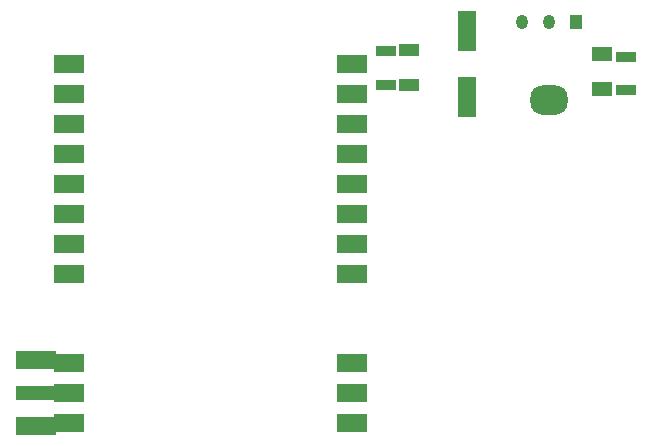
<source format=gbr>
G04*
G04 #@! TF.GenerationSoftware,Altium Limited,Altium Designer,25.5.2 (35)*
G04*
G04 Layer_Color=8421504*
%FSLAX44Y44*%
%MOMM*%
G71*
G04*
G04 #@! TF.SameCoordinates,A89DEE48-1FC4-4ACA-BA4E-A691071BA7A7*
G04*
G04*
G04 #@! TF.FilePolarity,Positive*
G04*
G01*
G75*
%ADD19R,2.5000X1.5000*%
%ADD20R,1.7000X0.9500*%
%ADD21R,1.8000X1.0000*%
%ADD22R,1.6000X3.5000*%
G04:AMPARAMS|DCode=23|XSize=1.2mm|YSize=1mm|CornerRadius=0.5mm|HoleSize=0mm|Usage=FLASHONLY|Rotation=270.000|XOffset=0mm|YOffset=0mm|HoleType=Round|Shape=RoundedRectangle|*
%AMROUNDEDRECTD23*
21,1,1.2000,0.0000,0,0,270.0*
21,1,0.2000,1.0000,0,0,270.0*
1,1,1.0000,0.0000,-0.1000*
1,1,1.0000,0.0000,0.1000*
1,1,1.0000,0.0000,0.1000*
1,1,1.0000,0.0000,-0.1000*
%
%ADD23ROUNDEDRECTD23*%
%ADD24R,3.5000X1.6000*%
%ADD25R,1.8000X1.1500*%
%ADD26R,1.0000X1.2000*%
G04:AMPARAMS|DCode=27|XSize=2.5mm|YSize=3.1821mm|CornerRadius=1.0875mm|HoleSize=0mm|Usage=FLASHONLY|Rotation=270.000|XOffset=0mm|YOffset=0mm|HoleType=Round|Shape=RoundedRectangle|*
%AMROUNDEDRECTD27*
21,1,2.5000,1.0071,0,0,270.0*
21,1,0.3250,3.1821,0,0,270.0*
1,1,2.1750,-0.5036,-0.1625*
1,1,2.1750,-0.5036,0.1625*
1,1,2.1750,0.5036,0.1625*
1,1,2.1750,0.5036,-0.1625*
%
%ADD27ROUNDEDRECTD27*%
%ADD28R,3.5000X1.2000*%
D19*
X28082Y191670D02*
D03*
X268081Y242470D02*
D03*
X28082Y217070D02*
D03*
Y318670D02*
D03*
X268081D02*
D03*
Y344070D02*
D03*
X28082Y293270D02*
D03*
Y267870D02*
D03*
X268081Y64870D02*
D03*
Y90270D02*
D03*
Y115670D02*
D03*
Y191670D02*
D03*
Y217070D02*
D03*
Y369470D02*
D03*
X28082D02*
D03*
Y115670D02*
D03*
Y64870D02*
D03*
Y344070D02*
D03*
X268081Y267870D02*
D03*
Y293270D02*
D03*
X28082Y242470D02*
D03*
Y90270D02*
D03*
D20*
X297180Y351760D02*
D03*
Y379760D02*
D03*
X500000Y375000D02*
D03*
Y347000D02*
D03*
D21*
X315920Y351000D02*
D03*
Y381000D02*
D03*
D22*
X365000Y341000D02*
D03*
Y397000D02*
D03*
D23*
X412100Y404950D02*
D03*
X435000D02*
D03*
D24*
X600Y118124D02*
D03*
Y62724D02*
D03*
D25*
X480000Y378000D02*
D03*
Y348000D02*
D03*
D26*
X457900Y404950D02*
D03*
D27*
X435000Y339050D02*
D03*
D28*
X600Y90424D02*
D03*
M02*

</source>
